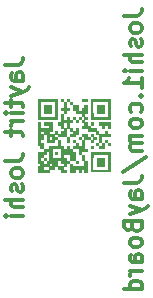
<source format=gbr>
%TF.GenerationSoftware,KiCad,Pcbnew,9.0.5*%
%TF.CreationDate,2025-11-18T21:13:20-05:00*%
%TF.ProjectId,JayBoard,4a617942-6f61-4726-942e-6b696361645f,rev?*%
%TF.SameCoordinates,Original*%
%TF.FileFunction,Legend,Bot*%
%TF.FilePolarity,Positive*%
%FSLAX46Y46*%
G04 Gerber Fmt 4.6, Leading zero omitted, Abs format (unit mm)*
G04 Created by KiCad (PCBNEW 9.0.5) date 2025-11-18 21:13:20*
%MOMM*%
%LPD*%
G01*
G04 APERTURE LIST*
%ADD10C,0.300000*%
%ADD11C,0.000000*%
G04 APERTURE END LIST*
D10*
X235138328Y-80012857D02*
X236209757Y-80012857D01*
X236209757Y-80012857D02*
X236424042Y-79941428D01*
X236424042Y-79941428D02*
X236566900Y-79798571D01*
X236566900Y-79798571D02*
X236638328Y-79584285D01*
X236638328Y-79584285D02*
X236638328Y-79441428D01*
X236638328Y-80941428D02*
X236566900Y-80798571D01*
X236566900Y-80798571D02*
X236495471Y-80727142D01*
X236495471Y-80727142D02*
X236352614Y-80655714D01*
X236352614Y-80655714D02*
X235924042Y-80655714D01*
X235924042Y-80655714D02*
X235781185Y-80727142D01*
X235781185Y-80727142D02*
X235709757Y-80798571D01*
X235709757Y-80798571D02*
X235638328Y-80941428D01*
X235638328Y-80941428D02*
X235638328Y-81155714D01*
X235638328Y-81155714D02*
X235709757Y-81298571D01*
X235709757Y-81298571D02*
X235781185Y-81370000D01*
X235781185Y-81370000D02*
X235924042Y-81441428D01*
X235924042Y-81441428D02*
X236352614Y-81441428D01*
X236352614Y-81441428D02*
X236495471Y-81370000D01*
X236495471Y-81370000D02*
X236566900Y-81298571D01*
X236566900Y-81298571D02*
X236638328Y-81155714D01*
X236638328Y-81155714D02*
X236638328Y-80941428D01*
X236566900Y-82012857D02*
X236638328Y-82155714D01*
X236638328Y-82155714D02*
X236638328Y-82441428D01*
X236638328Y-82441428D02*
X236566900Y-82584285D01*
X236566900Y-82584285D02*
X236424042Y-82655714D01*
X236424042Y-82655714D02*
X236352614Y-82655714D01*
X236352614Y-82655714D02*
X236209757Y-82584285D01*
X236209757Y-82584285D02*
X236138328Y-82441428D01*
X236138328Y-82441428D02*
X236138328Y-82227143D01*
X236138328Y-82227143D02*
X236066900Y-82084285D01*
X236066900Y-82084285D02*
X235924042Y-82012857D01*
X235924042Y-82012857D02*
X235852614Y-82012857D01*
X235852614Y-82012857D02*
X235709757Y-82084285D01*
X235709757Y-82084285D02*
X235638328Y-82227143D01*
X235638328Y-82227143D02*
X235638328Y-82441428D01*
X235638328Y-82441428D02*
X235709757Y-82584285D01*
X236638328Y-83298571D02*
X235138328Y-83298571D01*
X236638328Y-83941429D02*
X235852614Y-83941429D01*
X235852614Y-83941429D02*
X235709757Y-83870000D01*
X235709757Y-83870000D02*
X235638328Y-83727143D01*
X235638328Y-83727143D02*
X235638328Y-83512857D01*
X235638328Y-83512857D02*
X235709757Y-83370000D01*
X235709757Y-83370000D02*
X235781185Y-83298571D01*
X236638328Y-84655714D02*
X235638328Y-84655714D01*
X235138328Y-84655714D02*
X235209757Y-84584286D01*
X235209757Y-84584286D02*
X235281185Y-84655714D01*
X235281185Y-84655714D02*
X235209757Y-84727143D01*
X235209757Y-84727143D02*
X235138328Y-84655714D01*
X235138328Y-84655714D02*
X235281185Y-84655714D01*
X236638328Y-86155715D02*
X236638328Y-85298572D01*
X236638328Y-85727143D02*
X235138328Y-85727143D01*
X235138328Y-85727143D02*
X235352614Y-85584286D01*
X235352614Y-85584286D02*
X235495471Y-85441429D01*
X235495471Y-85441429D02*
X235566900Y-85298572D01*
X236495471Y-86798571D02*
X236566900Y-86870000D01*
X236566900Y-86870000D02*
X236638328Y-86798571D01*
X236638328Y-86798571D02*
X236566900Y-86727143D01*
X236566900Y-86727143D02*
X236495471Y-86798571D01*
X236495471Y-86798571D02*
X236638328Y-86798571D01*
X236566900Y-88155715D02*
X236638328Y-88012857D01*
X236638328Y-88012857D02*
X236638328Y-87727143D01*
X236638328Y-87727143D02*
X236566900Y-87584286D01*
X236566900Y-87584286D02*
X236495471Y-87512857D01*
X236495471Y-87512857D02*
X236352614Y-87441429D01*
X236352614Y-87441429D02*
X235924042Y-87441429D01*
X235924042Y-87441429D02*
X235781185Y-87512857D01*
X235781185Y-87512857D02*
X235709757Y-87584286D01*
X235709757Y-87584286D02*
X235638328Y-87727143D01*
X235638328Y-87727143D02*
X235638328Y-88012857D01*
X235638328Y-88012857D02*
X235709757Y-88155715D01*
X236638328Y-89012857D02*
X236566900Y-88870000D01*
X236566900Y-88870000D02*
X236495471Y-88798571D01*
X236495471Y-88798571D02*
X236352614Y-88727143D01*
X236352614Y-88727143D02*
X235924042Y-88727143D01*
X235924042Y-88727143D02*
X235781185Y-88798571D01*
X235781185Y-88798571D02*
X235709757Y-88870000D01*
X235709757Y-88870000D02*
X235638328Y-89012857D01*
X235638328Y-89012857D02*
X235638328Y-89227143D01*
X235638328Y-89227143D02*
X235709757Y-89370000D01*
X235709757Y-89370000D02*
X235781185Y-89441429D01*
X235781185Y-89441429D02*
X235924042Y-89512857D01*
X235924042Y-89512857D02*
X236352614Y-89512857D01*
X236352614Y-89512857D02*
X236495471Y-89441429D01*
X236495471Y-89441429D02*
X236566900Y-89370000D01*
X236566900Y-89370000D02*
X236638328Y-89227143D01*
X236638328Y-89227143D02*
X236638328Y-89012857D01*
X236638328Y-90155714D02*
X235638328Y-90155714D01*
X235781185Y-90155714D02*
X235709757Y-90227143D01*
X235709757Y-90227143D02*
X235638328Y-90370000D01*
X235638328Y-90370000D02*
X235638328Y-90584286D01*
X235638328Y-90584286D02*
X235709757Y-90727143D01*
X235709757Y-90727143D02*
X235852614Y-90798572D01*
X235852614Y-90798572D02*
X236638328Y-90798572D01*
X235852614Y-90798572D02*
X235709757Y-90870000D01*
X235709757Y-90870000D02*
X235638328Y-91012857D01*
X235638328Y-91012857D02*
X235638328Y-91227143D01*
X235638328Y-91227143D02*
X235709757Y-91370000D01*
X235709757Y-91370000D02*
X235852614Y-91441429D01*
X235852614Y-91441429D02*
X236638328Y-91441429D01*
X235066900Y-93227143D02*
X236995471Y-91941429D01*
X235138328Y-94155715D02*
X236209757Y-94155715D01*
X236209757Y-94155715D02*
X236424042Y-94084286D01*
X236424042Y-94084286D02*
X236566900Y-93941429D01*
X236566900Y-93941429D02*
X236638328Y-93727143D01*
X236638328Y-93727143D02*
X236638328Y-93584286D01*
X236638328Y-95512858D02*
X235852614Y-95512858D01*
X235852614Y-95512858D02*
X235709757Y-95441429D01*
X235709757Y-95441429D02*
X235638328Y-95298572D01*
X235638328Y-95298572D02*
X235638328Y-95012858D01*
X235638328Y-95012858D02*
X235709757Y-94870000D01*
X236566900Y-95512858D02*
X236638328Y-95370000D01*
X236638328Y-95370000D02*
X236638328Y-95012858D01*
X236638328Y-95012858D02*
X236566900Y-94870000D01*
X236566900Y-94870000D02*
X236424042Y-94798572D01*
X236424042Y-94798572D02*
X236281185Y-94798572D01*
X236281185Y-94798572D02*
X236138328Y-94870000D01*
X236138328Y-94870000D02*
X236066900Y-95012858D01*
X236066900Y-95012858D02*
X236066900Y-95370000D01*
X236066900Y-95370000D02*
X235995471Y-95512858D01*
X235638328Y-96084286D02*
X236638328Y-96441429D01*
X235638328Y-96798572D02*
X236638328Y-96441429D01*
X236638328Y-96441429D02*
X236995471Y-96298572D01*
X236995471Y-96298572D02*
X237066900Y-96227143D01*
X237066900Y-96227143D02*
X237138328Y-96084286D01*
X235852614Y-97870000D02*
X235924042Y-98084286D01*
X235924042Y-98084286D02*
X235995471Y-98155715D01*
X235995471Y-98155715D02*
X236138328Y-98227143D01*
X236138328Y-98227143D02*
X236352614Y-98227143D01*
X236352614Y-98227143D02*
X236495471Y-98155715D01*
X236495471Y-98155715D02*
X236566900Y-98084286D01*
X236566900Y-98084286D02*
X236638328Y-97941429D01*
X236638328Y-97941429D02*
X236638328Y-97370000D01*
X236638328Y-97370000D02*
X235138328Y-97370000D01*
X235138328Y-97370000D02*
X235138328Y-97870000D01*
X235138328Y-97870000D02*
X235209757Y-98012858D01*
X235209757Y-98012858D02*
X235281185Y-98084286D01*
X235281185Y-98084286D02*
X235424042Y-98155715D01*
X235424042Y-98155715D02*
X235566900Y-98155715D01*
X235566900Y-98155715D02*
X235709757Y-98084286D01*
X235709757Y-98084286D02*
X235781185Y-98012858D01*
X235781185Y-98012858D02*
X235852614Y-97870000D01*
X235852614Y-97870000D02*
X235852614Y-97370000D01*
X236638328Y-99084286D02*
X236566900Y-98941429D01*
X236566900Y-98941429D02*
X236495471Y-98870000D01*
X236495471Y-98870000D02*
X236352614Y-98798572D01*
X236352614Y-98798572D02*
X235924042Y-98798572D01*
X235924042Y-98798572D02*
X235781185Y-98870000D01*
X235781185Y-98870000D02*
X235709757Y-98941429D01*
X235709757Y-98941429D02*
X235638328Y-99084286D01*
X235638328Y-99084286D02*
X235638328Y-99298572D01*
X235638328Y-99298572D02*
X235709757Y-99441429D01*
X235709757Y-99441429D02*
X235781185Y-99512858D01*
X235781185Y-99512858D02*
X235924042Y-99584286D01*
X235924042Y-99584286D02*
X236352614Y-99584286D01*
X236352614Y-99584286D02*
X236495471Y-99512858D01*
X236495471Y-99512858D02*
X236566900Y-99441429D01*
X236566900Y-99441429D02*
X236638328Y-99298572D01*
X236638328Y-99298572D02*
X236638328Y-99084286D01*
X236638328Y-100870001D02*
X235852614Y-100870001D01*
X235852614Y-100870001D02*
X235709757Y-100798572D01*
X235709757Y-100798572D02*
X235638328Y-100655715D01*
X235638328Y-100655715D02*
X235638328Y-100370001D01*
X235638328Y-100370001D02*
X235709757Y-100227143D01*
X236566900Y-100870001D02*
X236638328Y-100727143D01*
X236638328Y-100727143D02*
X236638328Y-100370001D01*
X236638328Y-100370001D02*
X236566900Y-100227143D01*
X236566900Y-100227143D02*
X236424042Y-100155715D01*
X236424042Y-100155715D02*
X236281185Y-100155715D01*
X236281185Y-100155715D02*
X236138328Y-100227143D01*
X236138328Y-100227143D02*
X236066900Y-100370001D01*
X236066900Y-100370001D02*
X236066900Y-100727143D01*
X236066900Y-100727143D02*
X235995471Y-100870001D01*
X236638328Y-101584286D02*
X235638328Y-101584286D01*
X235924042Y-101584286D02*
X235781185Y-101655715D01*
X235781185Y-101655715D02*
X235709757Y-101727144D01*
X235709757Y-101727144D02*
X235638328Y-101870001D01*
X235638328Y-101870001D02*
X235638328Y-102012858D01*
X236638328Y-103155715D02*
X235138328Y-103155715D01*
X236566900Y-103155715D02*
X236638328Y-103012857D01*
X236638328Y-103012857D02*
X236638328Y-102727143D01*
X236638328Y-102727143D02*
X236566900Y-102584286D01*
X236566900Y-102584286D02*
X236495471Y-102512857D01*
X236495471Y-102512857D02*
X236352614Y-102441429D01*
X236352614Y-102441429D02*
X235924042Y-102441429D01*
X235924042Y-102441429D02*
X235781185Y-102512857D01*
X235781185Y-102512857D02*
X235709757Y-102584286D01*
X235709757Y-102584286D02*
X235638328Y-102727143D01*
X235638328Y-102727143D02*
X235638328Y-103012857D01*
X235638328Y-103012857D02*
X235709757Y-103155715D01*
X225095828Y-84151428D02*
X226167257Y-84151428D01*
X226167257Y-84151428D02*
X226381542Y-84079999D01*
X226381542Y-84079999D02*
X226524400Y-83937142D01*
X226524400Y-83937142D02*
X226595828Y-83722856D01*
X226595828Y-83722856D02*
X226595828Y-83579999D01*
X226595828Y-85508571D02*
X225810114Y-85508571D01*
X225810114Y-85508571D02*
X225667257Y-85437142D01*
X225667257Y-85437142D02*
X225595828Y-85294285D01*
X225595828Y-85294285D02*
X225595828Y-85008571D01*
X225595828Y-85008571D02*
X225667257Y-84865713D01*
X226524400Y-85508571D02*
X226595828Y-85365713D01*
X226595828Y-85365713D02*
X226595828Y-85008571D01*
X226595828Y-85008571D02*
X226524400Y-84865713D01*
X226524400Y-84865713D02*
X226381542Y-84794285D01*
X226381542Y-84794285D02*
X226238685Y-84794285D01*
X226238685Y-84794285D02*
X226095828Y-84865713D01*
X226095828Y-84865713D02*
X226024400Y-85008571D01*
X226024400Y-85008571D02*
X226024400Y-85365713D01*
X226024400Y-85365713D02*
X225952971Y-85508571D01*
X225595828Y-86079999D02*
X226595828Y-86437142D01*
X225595828Y-86794285D02*
X226595828Y-86437142D01*
X226595828Y-86437142D02*
X226952971Y-86294285D01*
X226952971Y-86294285D02*
X227024400Y-86222856D01*
X227024400Y-86222856D02*
X227095828Y-86079999D01*
X225595828Y-87151428D02*
X225595828Y-87722856D01*
X225095828Y-87365713D02*
X226381542Y-87365713D01*
X226381542Y-87365713D02*
X226524400Y-87437142D01*
X226524400Y-87437142D02*
X226595828Y-87579999D01*
X226595828Y-87579999D02*
X226595828Y-87722856D01*
X226595828Y-88222856D02*
X225595828Y-88222856D01*
X225095828Y-88222856D02*
X225167257Y-88151428D01*
X225167257Y-88151428D02*
X225238685Y-88222856D01*
X225238685Y-88222856D02*
X225167257Y-88294285D01*
X225167257Y-88294285D02*
X225095828Y-88222856D01*
X225095828Y-88222856D02*
X225238685Y-88222856D01*
X226595828Y-88937142D02*
X225595828Y-88937142D01*
X225881542Y-88937142D02*
X225738685Y-89008571D01*
X225738685Y-89008571D02*
X225667257Y-89080000D01*
X225667257Y-89080000D02*
X225595828Y-89222857D01*
X225595828Y-89222857D02*
X225595828Y-89365714D01*
X225595828Y-89651428D02*
X225595828Y-90222856D01*
X225095828Y-89865713D02*
X226381542Y-89865713D01*
X226381542Y-89865713D02*
X226524400Y-89937142D01*
X226524400Y-89937142D02*
X226595828Y-90079999D01*
X226595828Y-90079999D02*
X226595828Y-90222856D01*
X225095828Y-92294285D02*
X226167257Y-92294285D01*
X226167257Y-92294285D02*
X226381542Y-92222856D01*
X226381542Y-92222856D02*
X226524400Y-92079999D01*
X226524400Y-92079999D02*
X226595828Y-91865713D01*
X226595828Y-91865713D02*
X226595828Y-91722856D01*
X226595828Y-93222856D02*
X226524400Y-93079999D01*
X226524400Y-93079999D02*
X226452971Y-93008570D01*
X226452971Y-93008570D02*
X226310114Y-92937142D01*
X226310114Y-92937142D02*
X225881542Y-92937142D01*
X225881542Y-92937142D02*
X225738685Y-93008570D01*
X225738685Y-93008570D02*
X225667257Y-93079999D01*
X225667257Y-93079999D02*
X225595828Y-93222856D01*
X225595828Y-93222856D02*
X225595828Y-93437142D01*
X225595828Y-93437142D02*
X225667257Y-93579999D01*
X225667257Y-93579999D02*
X225738685Y-93651428D01*
X225738685Y-93651428D02*
X225881542Y-93722856D01*
X225881542Y-93722856D02*
X226310114Y-93722856D01*
X226310114Y-93722856D02*
X226452971Y-93651428D01*
X226452971Y-93651428D02*
X226524400Y-93579999D01*
X226524400Y-93579999D02*
X226595828Y-93437142D01*
X226595828Y-93437142D02*
X226595828Y-93222856D01*
X226524400Y-94294285D02*
X226595828Y-94437142D01*
X226595828Y-94437142D02*
X226595828Y-94722856D01*
X226595828Y-94722856D02*
X226524400Y-94865713D01*
X226524400Y-94865713D02*
X226381542Y-94937142D01*
X226381542Y-94937142D02*
X226310114Y-94937142D01*
X226310114Y-94937142D02*
X226167257Y-94865713D01*
X226167257Y-94865713D02*
X226095828Y-94722856D01*
X226095828Y-94722856D02*
X226095828Y-94508571D01*
X226095828Y-94508571D02*
X226024400Y-94365713D01*
X226024400Y-94365713D02*
X225881542Y-94294285D01*
X225881542Y-94294285D02*
X225810114Y-94294285D01*
X225810114Y-94294285D02*
X225667257Y-94365713D01*
X225667257Y-94365713D02*
X225595828Y-94508571D01*
X225595828Y-94508571D02*
X225595828Y-94722856D01*
X225595828Y-94722856D02*
X225667257Y-94865713D01*
X226595828Y-95579999D02*
X225095828Y-95579999D01*
X226595828Y-96222857D02*
X225810114Y-96222857D01*
X225810114Y-96222857D02*
X225667257Y-96151428D01*
X225667257Y-96151428D02*
X225595828Y-96008571D01*
X225595828Y-96008571D02*
X225595828Y-95794285D01*
X225595828Y-95794285D02*
X225667257Y-95651428D01*
X225667257Y-95651428D02*
X225738685Y-95579999D01*
X226595828Y-96937142D02*
X225595828Y-96937142D01*
X225095828Y-96937142D02*
X225167257Y-96865714D01*
X225167257Y-96865714D02*
X225238685Y-96937142D01*
X225238685Y-96937142D02*
X225167257Y-97008571D01*
X225167257Y-97008571D02*
X225095828Y-96937142D01*
X225095828Y-96937142D02*
X225238685Y-96937142D01*
D11*
%TO.C,G\u002A\u002A\u002A*%
G36*
X231809710Y-88440579D02*
G01*
X231809710Y-88552080D01*
X231943512Y-88552080D01*
X232077313Y-88552080D01*
X232077313Y-88685882D01*
X232077313Y-88819684D01*
X231943512Y-88819684D01*
X231809710Y-88819684D01*
X231809710Y-88931185D01*
X231809710Y-89042686D01*
X231943512Y-89042686D01*
X232077313Y-89042686D01*
X232077313Y-89176488D01*
X232077313Y-89310289D01*
X232188815Y-89310289D01*
X232300316Y-89310289D01*
X232300316Y-89176488D01*
X232300316Y-89042686D01*
X232434118Y-89042686D01*
X232567919Y-89042686D01*
X232567919Y-89187638D01*
X232567919Y-89332590D01*
X232445268Y-89332590D01*
X232322616Y-89332590D01*
X232322616Y-89444091D01*
X232322616Y-89555592D01*
X232567919Y-89555592D01*
X232813222Y-89555592D01*
X232813222Y-89678244D01*
X232813222Y-89800895D01*
X232935874Y-89800895D01*
X233058525Y-89800895D01*
X233058525Y-89923547D01*
X233058525Y-90046198D01*
X233292678Y-90046198D01*
X233526830Y-90046198D01*
X233526830Y-89923547D01*
X233526830Y-89800895D01*
X233671782Y-89800895D01*
X233816734Y-89800895D01*
X233816734Y-89923547D01*
X233816734Y-90046198D01*
X233939385Y-90046198D01*
X234062037Y-90046198D01*
X234062037Y-90180000D01*
X234062037Y-90313801D01*
X233682932Y-90313801D01*
X233303828Y-90313801D01*
X233303828Y-90547954D01*
X233303828Y-90782107D01*
X233415329Y-90782107D01*
X233526830Y-90782107D01*
X233526830Y-90659455D01*
X233526830Y-90536804D01*
X233671782Y-90536804D01*
X233816734Y-90536804D01*
X233816734Y-90659455D01*
X233816734Y-90782107D01*
X233939385Y-90782107D01*
X234062037Y-90782107D01*
X234062037Y-90915908D01*
X234062037Y-91049710D01*
X233928235Y-91049710D01*
X233794434Y-91049710D01*
X233794434Y-90927059D01*
X233794434Y-90804407D01*
X233671782Y-90804407D01*
X233549131Y-90804407D01*
X233549131Y-90915908D01*
X233549131Y-91060860D01*
X233549131Y-91317313D01*
X233292678Y-91317313D01*
X233036225Y-91317313D01*
X233036225Y-91183512D01*
X233036225Y-91049710D01*
X232913573Y-91049710D01*
X232790922Y-91049710D01*
X232790922Y-90915908D01*
X232790922Y-90804407D01*
X233058525Y-90804407D01*
X233058525Y-90915908D01*
X233058525Y-91027410D01*
X233170026Y-91027410D01*
X233281528Y-91027410D01*
X233281528Y-90915908D01*
X233281528Y-90804407D01*
X233170026Y-90804407D01*
X233058525Y-90804407D01*
X232790922Y-90804407D01*
X232790922Y-90782107D01*
X232913573Y-90782107D01*
X233036225Y-90782107D01*
X233036225Y-90425303D01*
X233036225Y-90068498D01*
X232913573Y-90068498D01*
X232790922Y-90068498D01*
X232790922Y-89945847D01*
X232790922Y-89823195D01*
X232422967Y-89823195D01*
X232055013Y-89823195D01*
X232055013Y-89700544D01*
X232055013Y-89577893D01*
X231798560Y-89577893D01*
X231542107Y-89577893D01*
X231542107Y-89444091D01*
X231542107Y-89310289D01*
X231664758Y-89310289D01*
X231787410Y-89310289D01*
X231787410Y-89187638D01*
X231787410Y-89064987D01*
X231664758Y-89064987D01*
X231542107Y-89064987D01*
X231542107Y-88942335D01*
X231542107Y-88819684D01*
X231430606Y-88819684D01*
X231319104Y-88819684D01*
X231319104Y-88942335D01*
X231319104Y-89064987D01*
X231185303Y-89064987D01*
X231051501Y-89064987D01*
X231051501Y-88942335D01*
X231051501Y-88819684D01*
X230940000Y-88819684D01*
X230828499Y-88819684D01*
X230828499Y-88942335D01*
X230828499Y-89064987D01*
X230705847Y-89064987D01*
X230583196Y-89064987D01*
X230583196Y-89310289D01*
X230583196Y-89555592D01*
X230705847Y-89555592D01*
X230828499Y-89555592D01*
X230828499Y-89678244D01*
X230828499Y-89800895D01*
X230940000Y-89800895D01*
X231051501Y-89800895D01*
X231051501Y-89678244D01*
X231051501Y-89555592D01*
X231185303Y-89555592D01*
X231319104Y-89555592D01*
X231319104Y-89812045D01*
X231319104Y-89823195D01*
X231319104Y-90068498D01*
X231196453Y-90068498D01*
X231073802Y-90068498D01*
X231073802Y-90191150D01*
X231073802Y-90313801D01*
X230828499Y-90313801D01*
X230583196Y-90313801D01*
X230583196Y-90559104D01*
X230583196Y-90804407D01*
X230449394Y-90804407D01*
X230315593Y-90804407D01*
X230315593Y-90559104D01*
X230315593Y-90313801D01*
X229947638Y-90313801D01*
X229579684Y-90313801D01*
X229579684Y-90425303D01*
X229579684Y-90536804D01*
X229702335Y-90536804D01*
X229824987Y-90536804D01*
X229824987Y-90559104D01*
X229824987Y-90782107D01*
X229824987Y-91027410D01*
X229958788Y-91027410D01*
X230092590Y-91027410D01*
X230092590Y-91161211D01*
X230092590Y-91295013D01*
X230204091Y-91295013D01*
X230315593Y-91295013D01*
X230315593Y-91161211D01*
X230315593Y-91027410D01*
X230449394Y-91027410D01*
X230583196Y-91027410D01*
X230583196Y-91161211D01*
X230583196Y-91295013D01*
X230694697Y-91295013D01*
X230806198Y-91295013D01*
X230806198Y-91161211D01*
X230806198Y-91027410D01*
X230928850Y-91027410D01*
X231051501Y-91027410D01*
X231051501Y-90915908D01*
X231051501Y-90804407D01*
X230928850Y-90804407D01*
X230806198Y-90804407D01*
X230806198Y-90670605D01*
X230806198Y-90536804D01*
X230940000Y-90536804D01*
X231073802Y-90536804D01*
X231073802Y-90659455D01*
X231073802Y-90782107D01*
X231196453Y-90782107D01*
X231319104Y-90782107D01*
X231319104Y-90904758D01*
X231319104Y-91027410D01*
X231430606Y-91027410D01*
X231542107Y-91027410D01*
X231542107Y-90793257D01*
X231542107Y-90559104D01*
X231419456Y-90559104D01*
X231296804Y-90559104D01*
X231296804Y-90425303D01*
X231296804Y-90313801D01*
X231564407Y-90313801D01*
X231564407Y-90425303D01*
X231564407Y-90536804D01*
X231675909Y-90536804D01*
X231787410Y-90536804D01*
X232322616Y-90536804D01*
X232434118Y-90536804D01*
X232545619Y-90536804D01*
X232545619Y-90425303D01*
X232545619Y-90313801D01*
X232434118Y-90313801D01*
X232322616Y-90313801D01*
X232322616Y-90425303D01*
X232322616Y-90536804D01*
X231787410Y-90536804D01*
X231787410Y-90425303D01*
X231787410Y-90313801D01*
X231675909Y-90313801D01*
X231564407Y-90313801D01*
X231296804Y-90313801D01*
X231296804Y-90291501D01*
X231419456Y-90291501D01*
X231542107Y-90291501D01*
X231542107Y-90168850D01*
X231542107Y-90046198D01*
X231809710Y-90046198D01*
X232077313Y-90046198D01*
X232077313Y-90168850D01*
X232077313Y-90291501D01*
X232188815Y-90291501D01*
X232300316Y-90291501D01*
X232300316Y-90168850D01*
X232300316Y-90046198D01*
X232434118Y-90046198D01*
X232567919Y-90046198D01*
X232567919Y-90168850D01*
X232567919Y-90291501D01*
X232690571Y-90291501D01*
X232813222Y-90291501D01*
X232813222Y-90425303D01*
X232813222Y-90559104D01*
X232690571Y-90559104D01*
X232567919Y-90559104D01*
X232567919Y-90681756D01*
X232567919Y-90804407D01*
X232434118Y-90804407D01*
X232300316Y-90804407D01*
X232300316Y-90681756D01*
X232300316Y-90559104D01*
X232055013Y-90559104D01*
X231809710Y-90559104D01*
X231809710Y-90927059D01*
X231809710Y-91295013D01*
X231943512Y-91295013D01*
X232077313Y-91295013D01*
X232077313Y-91428814D01*
X232077313Y-91562616D01*
X231820860Y-91562616D01*
X231564407Y-91562616D01*
X231564407Y-91674117D01*
X231564407Y-91785619D01*
X231687059Y-91785619D01*
X231809710Y-91785619D01*
X231809710Y-92030922D01*
X231809710Y-92276224D01*
X231943512Y-92276224D01*
X232077313Y-92276224D01*
X232077313Y-92298525D01*
X232077313Y-92789131D01*
X232077313Y-93302037D01*
X231932362Y-93302037D01*
X231787410Y-93302037D01*
X231787410Y-93179385D01*
X231787410Y-93056734D01*
X231675909Y-93056734D01*
X231564407Y-93056734D01*
X231564407Y-93179385D01*
X231564407Y-93302037D01*
X231430606Y-93302037D01*
X231296804Y-93302037D01*
X231296804Y-93179385D01*
X231296804Y-93056734D01*
X231185303Y-93056734D01*
X231073802Y-93056734D01*
X231073802Y-93179385D01*
X231073802Y-93302037D01*
X230817348Y-93302037D01*
X230560895Y-93302037D01*
X230560895Y-92922932D01*
X230560895Y-92543828D01*
X230449394Y-92543828D01*
X230337893Y-92543828D01*
X230337893Y-92666479D01*
X230337893Y-92789131D01*
X230215241Y-92789131D01*
X230092590Y-92789131D01*
X230092590Y-92911782D01*
X230092590Y-93034433D01*
X230215241Y-93034433D01*
X230337893Y-93034433D01*
X230337893Y-93168235D01*
X230337893Y-93302037D01*
X230070290Y-93302037D01*
X229802687Y-93302037D01*
X229802687Y-93179385D01*
X229802687Y-93056734D01*
X229680035Y-93056734D01*
X229557384Y-93056734D01*
X229557384Y-92922932D01*
X229557384Y-92789131D01*
X229445882Y-92789131D01*
X229334381Y-92789131D01*
X229334381Y-92911782D01*
X229334381Y-92922932D01*
X229334381Y-93056734D01*
X229089078Y-93056734D01*
X228843775Y-93056734D01*
X228843775Y-93179385D01*
X228843775Y-93302037D01*
X228330869Y-93302037D01*
X227817963Y-93302037D01*
X227817963Y-93034433D01*
X227817963Y-92789131D01*
X228353169Y-92789131D01*
X228353169Y-92911782D01*
X228353169Y-93034433D01*
X228587322Y-93034433D01*
X228821475Y-93034433D01*
X228821475Y-92911782D01*
X228821475Y-92789131D01*
X228587322Y-92789131D01*
X228353169Y-92789131D01*
X227817963Y-92789131D01*
X227817963Y-92766830D01*
X227940615Y-92766830D01*
X228063266Y-92766830D01*
X228063266Y-92655329D01*
X228063266Y-92543828D01*
X228843775Y-92543828D01*
X228843775Y-92655329D01*
X228843775Y-92766830D01*
X228955276Y-92766830D01*
X229066778Y-92766830D01*
X229066778Y-92655329D01*
X229066778Y-92543828D01*
X228955276Y-92543828D01*
X228843775Y-92543828D01*
X228063266Y-92543828D01*
X227940615Y-92543828D01*
X227817963Y-92543828D01*
X227817963Y-92532677D01*
X229579684Y-92532677D01*
X229579684Y-92655329D01*
X229579684Y-92766830D01*
X229824987Y-92766830D01*
X230070290Y-92766830D01*
X230070290Y-92655329D01*
X230070290Y-92543828D01*
X229936488Y-92543828D01*
X229802687Y-92543828D01*
X229802687Y-92421176D01*
X229802687Y-92298525D01*
X230583196Y-92298525D01*
X230583196Y-92410026D01*
X230583196Y-92521527D01*
X230705847Y-92521527D01*
X230828499Y-92521527D01*
X230828499Y-92644179D01*
X230828499Y-92766830D01*
X231307954Y-92766830D01*
X231787410Y-92766830D01*
X231787410Y-92532677D01*
X231787410Y-92298525D01*
X231664758Y-92298525D01*
X231542107Y-92298525D01*
X231542107Y-92053222D01*
X231542107Y-91807919D01*
X231419456Y-91807919D01*
X231296804Y-91807919D01*
X231296804Y-91562616D01*
X231296804Y-91317313D01*
X231062651Y-91317313D01*
X230828499Y-91317313D01*
X230828499Y-91428814D01*
X230828499Y-91540316D01*
X230951150Y-91540316D01*
X231073802Y-91540316D01*
X231073802Y-91674117D01*
X231073802Y-91908270D01*
X231073802Y-92042072D01*
X231073802Y-92276224D01*
X231196453Y-92276224D01*
X231319104Y-92276224D01*
X231319104Y-92410026D01*
X231319104Y-92543828D01*
X231185303Y-92543828D01*
X231051501Y-92543828D01*
X231051501Y-92421176D01*
X231051501Y-92298525D01*
X230817348Y-92298525D01*
X230583196Y-92298525D01*
X229802687Y-92298525D01*
X229691185Y-92298525D01*
X229579684Y-92298525D01*
X229579684Y-92410026D01*
X229579684Y-92532677D01*
X227817963Y-92532677D01*
X227817963Y-92298525D01*
X228353169Y-92298525D01*
X228353169Y-92410026D01*
X228353169Y-92521527D01*
X228464671Y-92521527D01*
X228576172Y-92521527D01*
X228576172Y-92410026D01*
X228576172Y-92298525D01*
X228464671Y-92298525D01*
X228353169Y-92298525D01*
X227817963Y-92298525D01*
X227817963Y-92053222D01*
X228085566Y-92053222D01*
X228085566Y-92164723D01*
X228085566Y-92276224D01*
X228208218Y-92276224D01*
X228330869Y-92276224D01*
X228330869Y-92164723D01*
X228330869Y-92053222D01*
X228208218Y-92053222D01*
X228085566Y-92053222D01*
X227817963Y-92053222D01*
X227817963Y-92042072D01*
X227817963Y-91807919D01*
X228353169Y-91807919D01*
X228353169Y-91919420D01*
X228353169Y-92030922D01*
X228475821Y-92030922D01*
X228598472Y-92030922D01*
X228598472Y-92153573D01*
X228598472Y-92164723D01*
X228598472Y-92276224D01*
X228709974Y-92276224D01*
X228821475Y-92276224D01*
X228821475Y-92030922D01*
X229089078Y-92030922D01*
X229445882Y-92030922D01*
X229802687Y-92030922D01*
X229802687Y-91807919D01*
X230092590Y-91807919D01*
X230092590Y-91919420D01*
X230092590Y-92030922D01*
X230215241Y-92030922D01*
X230337893Y-92030922D01*
X230337893Y-92153573D01*
X230337893Y-92276224D01*
X230449394Y-92276224D01*
X230560895Y-92276224D01*
X230560895Y-92042072D01*
X230560895Y-91807919D01*
X230326743Y-91807919D01*
X230092590Y-91807919D01*
X229802687Y-91807919D01*
X229802687Y-91674117D01*
X229802687Y-91317313D01*
X229445882Y-91317313D01*
X229089078Y-91317313D01*
X229089078Y-91674117D01*
X229089078Y-91919420D01*
X229089078Y-92030922D01*
X228821475Y-92030922D01*
X228821475Y-91919420D01*
X228821475Y-91562616D01*
X228709974Y-91562616D01*
X228598472Y-91562616D01*
X228598472Y-91685267D01*
X228598472Y-91807919D01*
X228475821Y-91807919D01*
X228353169Y-91807919D01*
X227817963Y-91807919D01*
X227817963Y-91540316D01*
X228074416Y-91540316D01*
X228330869Y-91540316D01*
X228330869Y-91428814D01*
X228330869Y-91317313D01*
X228197068Y-91317313D01*
X228063266Y-91317313D01*
X228063266Y-91183512D01*
X228063266Y-91049710D01*
X227940615Y-91049710D01*
X227817963Y-91049710D01*
X227817963Y-90559104D01*
X228085566Y-90559104D01*
X228085566Y-90670605D01*
X228085566Y-90782107D01*
X228219368Y-90782107D01*
X228353169Y-90782107D01*
X228353169Y-91038560D01*
X228353169Y-91295013D01*
X228587322Y-91295013D01*
X228821475Y-91295013D01*
X228821475Y-91161211D01*
X228821475Y-91027410D01*
X229189429Y-91027410D01*
X229557384Y-91027410D01*
X229557384Y-90793257D01*
X229557384Y-90559104D01*
X229445882Y-90559104D01*
X229334381Y-90559104D01*
X229334381Y-90681756D01*
X229334381Y-90804407D01*
X228955276Y-90804407D01*
X228576172Y-90804407D01*
X228576172Y-90436453D01*
X228576172Y-90313801D01*
X228843775Y-90313801D01*
X228843775Y-90425303D01*
X228843775Y-90536804D01*
X228955276Y-90536804D01*
X229066778Y-90536804D01*
X229066778Y-90425303D01*
X229066778Y-90313801D01*
X228955276Y-90313801D01*
X228843775Y-90313801D01*
X228576172Y-90313801D01*
X228576172Y-90068498D01*
X229334381Y-90068498D01*
X229334381Y-90180000D01*
X229334381Y-90291501D01*
X229445882Y-90291501D01*
X229557384Y-90291501D01*
X229557384Y-90180000D01*
X229557384Y-90068498D01*
X229445882Y-90068498D01*
X229334381Y-90068498D01*
X228576172Y-90068498D01*
X228464671Y-90068498D01*
X228353169Y-90068498D01*
X228353169Y-90313801D01*
X228353169Y-90559104D01*
X228219368Y-90559104D01*
X228085566Y-90559104D01*
X227817963Y-90559104D01*
X227817963Y-90046198D01*
X227817963Y-89823195D01*
X228085566Y-89823195D01*
X228085566Y-89934697D01*
X228085566Y-90046198D01*
X228208218Y-90046198D01*
X228330869Y-90046198D01*
X228330869Y-89934697D01*
X228330869Y-89823195D01*
X228208218Y-89823195D01*
X228085566Y-89823195D01*
X227817963Y-89823195D01*
X227817963Y-89042686D01*
X227951765Y-89042686D01*
X228085566Y-89042686D01*
X228085566Y-89299139D01*
X228085566Y-89555592D01*
X228453521Y-89555592D01*
X228821475Y-89555592D01*
X228821475Y-89444091D01*
X228821475Y-89332590D01*
X228576172Y-89332590D01*
X228330869Y-89332590D01*
X228330869Y-89187638D01*
X228330869Y-89042686D01*
X228709974Y-89042686D01*
X229089078Y-89042686D01*
X229089078Y-89432941D01*
X229089078Y-89823195D01*
X228966427Y-89823195D01*
X228843775Y-89823195D01*
X228843775Y-89934697D01*
X228843775Y-90046198D01*
X229077928Y-90046198D01*
X229312081Y-90046198D01*
X229312081Y-89923547D01*
X229312081Y-89800895D01*
X229445882Y-89800895D01*
X229579684Y-89800895D01*
X229579684Y-89923547D01*
X229579684Y-90046198D01*
X229691185Y-90046198D01*
X229802687Y-90046198D01*
X229802687Y-89923547D01*
X229802687Y-89800895D01*
X229936488Y-89800895D01*
X230070290Y-89800895D01*
X230070290Y-89689394D01*
X230070290Y-89577893D01*
X230337893Y-89577893D01*
X230337893Y-89934697D01*
X230337893Y-90180000D01*
X230337893Y-90291501D01*
X230449394Y-90291501D01*
X230560895Y-90291501D01*
X230560895Y-90168850D01*
X230560895Y-90046198D01*
X230683547Y-90046198D01*
X230806198Y-90046198D01*
X230806198Y-89934697D01*
X230806198Y-89823195D01*
X230683547Y-89823195D01*
X230560895Y-89823195D01*
X230560895Y-89700544D01*
X230560895Y-89577893D01*
X230449394Y-89577893D01*
X230337893Y-89577893D01*
X230070290Y-89577893D01*
X229936488Y-89577893D01*
X229802687Y-89577893D01*
X229802687Y-89455241D01*
X229802687Y-89332590D01*
X229680035Y-89332590D01*
X229557384Y-89332590D01*
X229557384Y-89187638D01*
X229557384Y-89064987D01*
X230092590Y-89064987D01*
X230092590Y-89310289D01*
X230092590Y-89555592D01*
X230204091Y-89555592D01*
X230315593Y-89555592D01*
X230315593Y-89310289D01*
X230315593Y-89064987D01*
X230204091Y-89064987D01*
X230092590Y-89064987D01*
X229557384Y-89064987D01*
X229557384Y-89042686D01*
X229680035Y-89042686D01*
X229802687Y-89042686D01*
X229802687Y-88674732D01*
X229802687Y-88329078D01*
X230092590Y-88329078D01*
X230092590Y-88563231D01*
X230092590Y-88797383D01*
X230204091Y-88797383D01*
X230315593Y-88797383D01*
X230315593Y-88674732D01*
X230315593Y-88552080D01*
X230449394Y-88552080D01*
X230583196Y-88552080D01*
X230583196Y-88674732D01*
X230583196Y-88797383D01*
X230694697Y-88797383D01*
X230806198Y-88797383D01*
X230806198Y-88674732D01*
X230806198Y-88552080D01*
X230940000Y-88552080D01*
X231073802Y-88552080D01*
X231073802Y-88674732D01*
X231073802Y-88797383D01*
X231185303Y-88797383D01*
X231296804Y-88797383D01*
X231296804Y-88674732D01*
X231296804Y-88574381D01*
X231564407Y-88574381D01*
X231564407Y-88685882D01*
X231564407Y-88797383D01*
X231675909Y-88797383D01*
X231787410Y-88797383D01*
X231787410Y-88685882D01*
X231787410Y-88574381D01*
X231675909Y-88574381D01*
X231564407Y-88574381D01*
X231296804Y-88574381D01*
X231296804Y-88552080D01*
X231419456Y-88552080D01*
X231542107Y-88552080D01*
X231542107Y-88440579D01*
X231542107Y-88329078D01*
X231296804Y-88329078D01*
X231051501Y-88329078D01*
X231051501Y-88206426D01*
X231051501Y-88083775D01*
X230928850Y-88083775D01*
X230806198Y-88083775D01*
X230806198Y-87838472D01*
X230806198Y-87593169D01*
X230683547Y-87593169D01*
X230560895Y-87593169D01*
X230560895Y-87459368D01*
X230560895Y-87325566D01*
X230449394Y-87325566D01*
X230337893Y-87325566D01*
X230337893Y-87570869D01*
X230337893Y-87816172D01*
X230460544Y-87816172D01*
X230583196Y-87816172D01*
X230583196Y-87949973D01*
X230583196Y-88083775D01*
X230460544Y-88083775D01*
X230337893Y-88083775D01*
X230337893Y-88206426D01*
X230337893Y-88329078D01*
X230215241Y-88329078D01*
X230092590Y-88329078D01*
X229802687Y-88329078D01*
X229802687Y-88306778D01*
X229936488Y-88306778D01*
X230070290Y-88306778D01*
X230070290Y-88195276D01*
X230070290Y-88083775D01*
X229936488Y-88083775D01*
X229802687Y-88083775D01*
X229802687Y-87949973D01*
X229802687Y-87816172D01*
X229936488Y-87816172D01*
X230070290Y-87816172D01*
X230070290Y-87570869D01*
X230070290Y-87325566D01*
X229936488Y-87325566D01*
X229802687Y-87325566D01*
X229802687Y-87191764D01*
X229802687Y-87057963D01*
X229947638Y-87057963D01*
X230092590Y-87057963D01*
X230092590Y-87180614D01*
X230092590Y-87303266D01*
X230204091Y-87303266D01*
X230315593Y-87303266D01*
X230315593Y-87180614D01*
X230315593Y-87057963D01*
X230449394Y-87057963D01*
X230583196Y-87057963D01*
X230583196Y-87180614D01*
X230583196Y-87303266D01*
X230705847Y-87303266D01*
X230828499Y-87303266D01*
X230828499Y-87437067D01*
X230828499Y-87570869D01*
X231073802Y-87570869D01*
X231319104Y-87570869D01*
X231319104Y-87816172D01*
X231319104Y-88061475D01*
X231430606Y-88061475D01*
X231542107Y-88061475D01*
X231542107Y-87938823D01*
X231542107Y-87816172D01*
X231664758Y-87816172D01*
X231787410Y-87816172D01*
X231787410Y-87693520D01*
X231787410Y-87570869D01*
X231932362Y-87570869D01*
X232077313Y-87570869D01*
X232077313Y-87949973D01*
X232077313Y-88329078D01*
X231943512Y-88329078D01*
X231809710Y-88329078D01*
X231809710Y-88440579D01*
G37*
G36*
X234039737Y-92410026D02*
G01*
X234039737Y-93279736D01*
X233170026Y-93279736D01*
X232300316Y-93279736D01*
X232300316Y-93034433D01*
X232544913Y-93034433D01*
X233169674Y-93034433D01*
X233794434Y-93034433D01*
X233794434Y-92409673D01*
X233794434Y-91784913D01*
X233175601Y-91790841D01*
X232556769Y-91796769D01*
X232550841Y-92415601D01*
X232544913Y-93034433D01*
X232300316Y-93034433D01*
X232300316Y-92410026D01*
X232300316Y-91540316D01*
X233170026Y-91540316D01*
X234039737Y-91540316D01*
X234039737Y-92409673D01*
X234039737Y-92410026D01*
G37*
G36*
X232567919Y-91172361D02*
G01*
X232567919Y-91317313D01*
X232434118Y-91317313D01*
X232300316Y-91317313D01*
X232300316Y-91172361D01*
X232300316Y-91027410D01*
X232434118Y-91027410D01*
X232567919Y-91027410D01*
X232567919Y-91172361D01*
G37*
G36*
X234062037Y-89310289D02*
G01*
X234062037Y-89577893D01*
X233928235Y-89577893D01*
X233794434Y-89577893D01*
X233794434Y-89455241D01*
X233794434Y-89332590D01*
X233671782Y-89332590D01*
X233549131Y-89332590D01*
X233549131Y-89455241D01*
X233549131Y-89577893D01*
X233415329Y-89577893D01*
X233281528Y-89577893D01*
X233281528Y-89455241D01*
X233281528Y-89332590D01*
X233158876Y-89332590D01*
X233036225Y-89332590D01*
X233036225Y-89187638D01*
X233036225Y-89042686D01*
X233549131Y-89042686D01*
X234062037Y-89042686D01*
X234062037Y-89310289D01*
G37*
G36*
X234039737Y-88819684D02*
G01*
X233170026Y-88819684D01*
X232300316Y-88819684D01*
X232300316Y-87949973D01*
X232300316Y-87325566D01*
X232544913Y-87325566D01*
X232550841Y-87944398D01*
X232556769Y-88563231D01*
X233175601Y-88569158D01*
X233794434Y-88575086D01*
X233794434Y-87950326D01*
X233794434Y-87325566D01*
X233169674Y-87325566D01*
X232544913Y-87325566D01*
X232300316Y-87325566D01*
X232300316Y-87080263D01*
X233170026Y-87080263D01*
X234039737Y-87080263D01*
X234039737Y-87949973D01*
X234039737Y-87950326D01*
X234039737Y-88819684D01*
G37*
G36*
X229579671Y-87970287D02*
G01*
X229579165Y-88159157D01*
X229577979Y-88333034D01*
X229576199Y-88486984D01*
X229573908Y-88616072D01*
X229571192Y-88715363D01*
X229568133Y-88779923D01*
X229564817Y-88804817D01*
X229563486Y-88805428D01*
X229531093Y-88808704D01*
X229459923Y-88811708D01*
X229354909Y-88814354D01*
X229220986Y-88816559D01*
X229063088Y-88818239D01*
X228886150Y-88819308D01*
X228695107Y-88819684D01*
X227840263Y-88819684D01*
X227840263Y-87949973D01*
X227840263Y-87325566D01*
X228085566Y-87325566D01*
X228085566Y-87949973D01*
X228085566Y-88574381D01*
X228695107Y-88574381D01*
X228704737Y-88574379D01*
X228864638Y-88573796D01*
X229009427Y-88572268D01*
X229133207Y-88569936D01*
X229230080Y-88566939D01*
X229294148Y-88563418D01*
X229319514Y-88559514D01*
X229319749Y-88559204D01*
X229323635Y-88531428D01*
X229327129Y-88465292D01*
X229330091Y-88366694D01*
X229332381Y-88241533D01*
X229333858Y-88095704D01*
X229334381Y-87935107D01*
X229334381Y-87325566D01*
X228709974Y-87325566D01*
X228085566Y-87325566D01*
X227840263Y-87325566D01*
X227840263Y-87080263D01*
X228709974Y-87080263D01*
X229579684Y-87080263D01*
X229579684Y-87935107D01*
X229579671Y-87970287D01*
G37*
G36*
X232077313Y-87191764D02*
G01*
X232077313Y-87325566D01*
X231809710Y-87325566D01*
X231542107Y-87325566D01*
X231542107Y-87191764D01*
X231542107Y-87057963D01*
X231809710Y-87057963D01*
X232077313Y-87057963D01*
X232077313Y-87191764D01*
G37*
G36*
X229579684Y-91674117D02*
G01*
X229579684Y-91807919D01*
X229445882Y-91807919D01*
X229312081Y-91807919D01*
X229312081Y-91674117D01*
X229312081Y-91540316D01*
X229445882Y-91540316D01*
X229579684Y-91540316D01*
X229579684Y-91674117D01*
G37*
G36*
X233549131Y-92421176D02*
G01*
X233549131Y-92789131D01*
X233181176Y-92789131D01*
X232813222Y-92789131D01*
X232813222Y-92421176D01*
X232813222Y-92053222D01*
X233181176Y-92053222D01*
X233549131Y-92053222D01*
X233549131Y-92421176D01*
G37*
G36*
X233549131Y-87938823D02*
G01*
X233549131Y-88306778D01*
X233181176Y-88306778D01*
X232813222Y-88306778D01*
X232813222Y-87938823D01*
X232813222Y-87570869D01*
X233181176Y-87570869D01*
X233549131Y-87570869D01*
X233549131Y-87938823D01*
G37*
G36*
X229066778Y-87938823D02*
G01*
X229066778Y-88306778D01*
X228698823Y-88306778D01*
X228330869Y-88306778D01*
X228330869Y-87938823D01*
X228330869Y-87570869D01*
X228698823Y-87570869D01*
X229066778Y-87570869D01*
X229066778Y-87938823D01*
G37*
%TD*%
M02*

</source>
